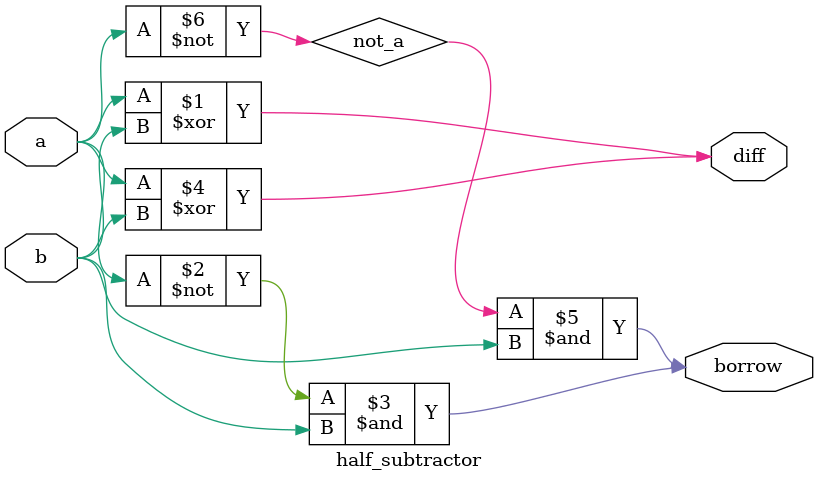
<source format=v>

module half_subtractor(input a,b,output diff,borrow);
wire not_a;
assign diff=a^b;
assign borrow=~a&b; 
xor(diff,a,b );
not(not_a,a);
and(borrow,not_a,b);
endmodule

</source>
